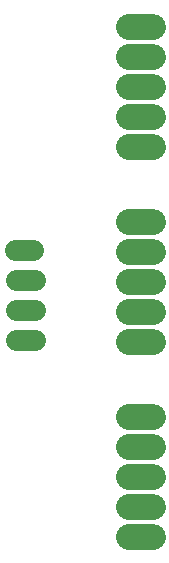
<source format=gbr>
G04 EAGLE Gerber RS-274X export*
G75*
%MOMM*%
%FSLAX34Y34*%
%LPD*%
%INSoldermask Top*%
%IPPOS*%
%AMOC8*
5,1,8,0,0,1.08239X$1,22.5*%
G01*
G04 Define Apertures*
%ADD10C,1.793200*%
%ADD11C,2.203200*%
D10*
X1079850Y-441433D02*
X1063950Y-441433D01*
X1063950Y-416033D02*
X1079850Y-416033D01*
X1079850Y-390633D02*
X1063950Y-390633D01*
X1062950Y-365233D02*
X1078850Y-365233D01*
D11*
X1159700Y-607700D02*
X1179700Y-607700D01*
X1179700Y-582300D02*
X1159700Y-582300D01*
X1159700Y-556900D02*
X1179700Y-556900D01*
X1179700Y-531500D02*
X1159700Y-531500D01*
X1159700Y-506100D02*
X1179700Y-506100D01*
X1179700Y-442600D02*
X1159700Y-442600D01*
X1159700Y-417200D02*
X1179700Y-417200D01*
X1179700Y-391800D02*
X1159700Y-391800D01*
X1159700Y-366400D02*
X1179700Y-366400D01*
X1179700Y-341000D02*
X1159700Y-341000D01*
X1159700Y-277500D02*
X1179700Y-277500D01*
X1179700Y-252100D02*
X1159700Y-252100D01*
X1159700Y-226700D02*
X1179700Y-226700D01*
X1179700Y-201300D02*
X1159700Y-201300D01*
X1159700Y-175900D02*
X1179700Y-175900D01*
M02*

</source>
